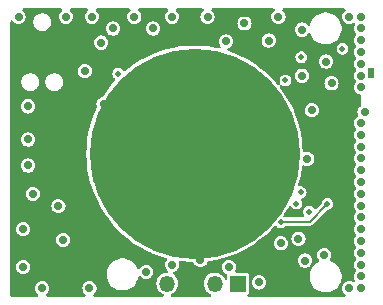
<source format=gbr>
%TF.GenerationSoftware,KiCad,Pcbnew,8.0.3*%
%TF.CreationDate,2024-07-28T18:35:34+02:00*%
%TF.ProjectId,BLESEN,424c4553-454e-42e6-9b69-6361645f7063,rev?*%
%TF.SameCoordinates,Original*%
%TF.FileFunction,Copper,L4,Bot*%
%TF.FilePolarity,Positive*%
%FSLAX46Y46*%
G04 Gerber Fmt 4.6, Leading zero omitted, Abs format (unit mm)*
G04 Created by KiCad (PCBNEW 8.0.3) date 2024-07-28 18:35:34*
%MOMM*%
%LPD*%
G01*
G04 APERTURE LIST*
%TA.AperFunction,ComponentPad*%
%ADD10R,1.350000X1.350000*%
%TD*%
%TA.AperFunction,ComponentPad*%
%ADD11O,1.350000X1.350000*%
%TD*%
%TA.AperFunction,ComponentPad*%
%ADD12R,0.500000X0.900000*%
%TD*%
%TA.AperFunction,SMDPad,CuDef*%
%ADD13R,2.600000X5.560000*%
%TD*%
%TA.AperFunction,SMDPad,CuDef*%
%ADD14C,17.800000*%
%TD*%
%TA.AperFunction,ViaPad*%
%ADD15C,0.700000*%
%TD*%
%TA.AperFunction,ViaPad*%
%ADD16C,0.800000*%
%TD*%
%TA.AperFunction,ViaPad*%
%ADD17C,0.500000*%
%TD*%
%TA.AperFunction,Conductor*%
%ADD18C,0.300000*%
%TD*%
%TA.AperFunction,Conductor*%
%ADD19C,0.200000*%
%TD*%
G04 APERTURE END LIST*
D10*
%TO.P,J3,1,Pin_1*%
%TO.N,/UART_TX*%
X147600000Y-100600000D03*
D11*
%TO.P,J3,2,Pin_2*%
%TO.N,/UART_RX*%
X145600000Y-100600000D03*
%TO.P,J3,3,Pin_3*%
%TO.N,+3.3V*%
X143600000Y-100600000D03*
%TO.P,J3,4,Pin_4*%
%TO.N,GND*%
X141600000Y-100600000D03*
%TD*%
D12*
%TO.P,AE1,2,Shield*%
%TO.N,GND*%
X158820000Y-82800000D03*
%TD*%
D13*
%TO.P,BT1,1,+*%
%TO.N,+3.3V*%
X155805000Y-89600000D03*
X131995000Y-89600000D03*
D14*
%TO.P,BT1,2,-*%
%TO.N,GND*%
X143900000Y-89600000D03*
%TD*%
D15*
%TO.N,+3.3V*%
X141000000Y-80200000D03*
X134500000Y-87000000D03*
X133800000Y-91400000D03*
X136000000Y-83400000D03*
X135100000Y-93900000D03*
X152150000Y-84450000D03*
X153950000Y-92100000D03*
X138350000Y-80400000D03*
X136725000Y-96275000D03*
X130800000Y-87150000D03*
D16*
X129400000Y-79730000D03*
D15*
X150100000Y-97550000D03*
%TO.N,GND*%
X148875000Y-90325000D03*
D17*
X145200000Y-89800000D03*
D15*
X140160000Y-96600000D03*
X158000000Y-79000000D03*
D17*
X141963000Y-86719400D03*
X145200000Y-87600000D03*
D15*
X129400000Y-96000000D03*
X135600000Y-91800000D03*
X130200000Y-93000000D03*
D17*
X146413000Y-91169400D03*
D15*
X158000000Y-93000000D03*
X146800000Y-99200000D03*
X149375000Y-100500000D03*
D17*
X148975000Y-83675000D03*
D15*
X158000000Y-81000000D03*
X158300000Y-86075000D03*
X158000000Y-78000000D03*
X158000000Y-83000000D03*
X131000000Y-101000000D03*
X134600000Y-82600000D03*
D17*
X143200000Y-89800000D03*
D15*
X155500000Y-83650000D03*
X152700000Y-96800000D03*
X129800000Y-85600000D03*
X132775000Y-96900000D03*
X129800000Y-88400000D03*
X158000000Y-89000000D03*
X142000000Y-99000000D03*
X158000000Y-101000000D03*
X144400000Y-96750000D03*
X139200000Y-84050000D03*
X139200000Y-83100000D03*
X139250000Y-94750000D03*
X139800000Y-99600000D03*
X153250000Y-98650000D03*
D17*
X152950000Y-81425000D03*
D15*
X138550000Y-88180000D03*
X148600000Y-96400000D03*
X158000000Y-99000000D03*
X135000000Y-101000000D03*
X140400000Y-79000000D03*
D17*
X146363000Y-88869400D03*
D15*
X135200000Y-78000000D03*
X158000000Y-91000000D03*
X153820000Y-85920000D03*
D17*
X149400000Y-86750000D03*
D15*
X158000000Y-94000000D03*
X136200000Y-85400000D03*
X133000000Y-78000000D03*
X158000000Y-87000000D03*
X138800000Y-78000000D03*
X153000000Y-79100000D03*
X132375000Y-94050000D03*
X150175000Y-80025000D03*
X157000000Y-101000000D03*
D17*
X146313000Y-86719400D03*
D15*
X158000000Y-98000000D03*
X142000000Y-78000000D03*
X154875000Y-98175000D03*
X158000000Y-100000000D03*
X151200000Y-97200000D03*
X158000000Y-84000000D03*
X136000000Y-80200000D03*
D17*
X144063000Y-91119400D03*
D15*
X158000000Y-82000000D03*
D17*
X152875000Y-92875000D03*
D15*
X148125000Y-78575000D03*
X153000000Y-83000000D03*
X144400000Y-98600000D03*
X146550000Y-80100000D03*
D17*
X153575000Y-94500000D03*
D15*
X147940000Y-95090000D03*
X158000000Y-92000000D03*
X158000000Y-95000000D03*
X129800000Y-90600000D03*
D17*
X141913000Y-88919400D03*
D15*
X157000000Y-78000000D03*
X153450000Y-90050000D03*
X158000000Y-90000000D03*
X158000000Y-88000000D03*
X129400000Y-99200000D03*
D17*
X141963000Y-91169400D03*
D15*
X158000000Y-80000000D03*
X145000000Y-78000000D03*
D17*
X144113000Y-86719400D03*
D15*
X158000000Y-97000000D03*
X155025000Y-81800000D03*
D17*
X143200000Y-87600000D03*
D15*
X129000000Y-78000000D03*
X146925000Y-82325000D03*
X137000000Y-79000000D03*
X158000000Y-96000000D03*
X152000000Y-91000000D03*
X151000000Y-78000000D03*
X140413000Y-94569400D03*
D17*
X150800000Y-84500000D03*
X151600000Y-83400000D03*
X156425000Y-80725000D03*
%TO.N,/UART_TX*%
X152525000Y-93825000D03*
%TO.N,/UART_RX*%
X137450000Y-82850000D03*
%TO.N,PHOTO_OUT*%
X155150000Y-93850000D03*
X151200000Y-95400000D03*
%TD*%
D18*
%TO.N,GND*%
X137675000Y-93900000D02*
X137700000Y-93875000D01*
D19*
%TO.N,PHOTO_OUT*%
X151200000Y-95400000D02*
X151250000Y-95350000D01*
X151250000Y-95350000D02*
X153650000Y-95350000D01*
X153650000Y-95350000D02*
X155150000Y-93850000D01*
%TD*%
%TA.AperFunction,Conductor*%
%TO.N,+3.3V*%
G36*
X132626923Y-77320185D02*
G01*
X132672678Y-77372989D01*
X132682622Y-77442147D01*
X132653597Y-77505703D01*
X132635374Y-77522873D01*
X132571718Y-77571718D01*
X132475463Y-77697160D01*
X132414956Y-77843237D01*
X132414955Y-77843239D01*
X132394318Y-77999998D01*
X132394318Y-78000001D01*
X132414955Y-78156760D01*
X132414956Y-78156762D01*
X132475464Y-78302841D01*
X132571718Y-78428282D01*
X132697159Y-78524536D01*
X132843238Y-78585044D01*
X132921619Y-78595363D01*
X132999999Y-78605682D01*
X133000000Y-78605682D01*
X133000001Y-78605682D01*
X133052254Y-78598802D01*
X133156762Y-78585044D01*
X133302841Y-78524536D01*
X133428282Y-78428282D01*
X133524536Y-78302841D01*
X133585044Y-78156762D01*
X133605682Y-78000000D01*
X133601317Y-77966847D01*
X133585044Y-77843239D01*
X133585044Y-77843238D01*
X133524536Y-77697159D01*
X133428282Y-77571718D01*
X133364628Y-77522874D01*
X133323427Y-77466448D01*
X133319272Y-77396702D01*
X133353485Y-77335781D01*
X133415202Y-77303029D01*
X133440116Y-77300500D01*
X134759884Y-77300500D01*
X134826923Y-77320185D01*
X134872678Y-77372989D01*
X134882622Y-77442147D01*
X134853597Y-77505703D01*
X134835374Y-77522873D01*
X134771718Y-77571718D01*
X134675463Y-77697160D01*
X134614956Y-77843237D01*
X134614955Y-77843239D01*
X134594318Y-77999998D01*
X134594318Y-78000001D01*
X134614955Y-78156760D01*
X134614956Y-78156762D01*
X134675464Y-78302841D01*
X134771718Y-78428282D01*
X134897159Y-78524536D01*
X135043238Y-78585044D01*
X135121619Y-78595363D01*
X135199999Y-78605682D01*
X135200000Y-78605682D01*
X135200001Y-78605682D01*
X135252254Y-78598802D01*
X135356762Y-78585044D01*
X135502841Y-78524536D01*
X135628282Y-78428282D01*
X135724536Y-78302841D01*
X135785044Y-78156762D01*
X135805682Y-78000000D01*
X135801317Y-77966847D01*
X135785044Y-77843239D01*
X135785044Y-77843238D01*
X135724536Y-77697159D01*
X135628282Y-77571718D01*
X135564628Y-77522874D01*
X135523427Y-77466448D01*
X135519272Y-77396702D01*
X135553485Y-77335781D01*
X135615202Y-77303029D01*
X135640116Y-77300500D01*
X138359884Y-77300500D01*
X138426923Y-77320185D01*
X138472678Y-77372989D01*
X138482622Y-77442147D01*
X138453597Y-77505703D01*
X138435374Y-77522873D01*
X138371718Y-77571718D01*
X138275463Y-77697160D01*
X138214956Y-77843237D01*
X138214955Y-77843239D01*
X138194318Y-77999998D01*
X138194318Y-78000001D01*
X138214955Y-78156760D01*
X138214956Y-78156762D01*
X138275464Y-78302841D01*
X138371718Y-78428282D01*
X138497159Y-78524536D01*
X138643238Y-78585044D01*
X138721619Y-78595363D01*
X138799999Y-78605682D01*
X138800000Y-78605682D01*
X138800001Y-78605682D01*
X138852254Y-78598802D01*
X138956762Y-78585044D01*
X139102841Y-78524536D01*
X139228282Y-78428282D01*
X139324536Y-78302841D01*
X139385044Y-78156762D01*
X139405682Y-78000000D01*
X139401317Y-77966847D01*
X139385044Y-77843239D01*
X139385044Y-77843238D01*
X139324536Y-77697159D01*
X139228282Y-77571718D01*
X139164628Y-77522874D01*
X139123427Y-77466448D01*
X139119272Y-77396702D01*
X139153485Y-77335781D01*
X139215202Y-77303029D01*
X139240116Y-77300500D01*
X141559884Y-77300500D01*
X141626923Y-77320185D01*
X141672678Y-77372989D01*
X141682622Y-77442147D01*
X141653597Y-77505703D01*
X141635374Y-77522873D01*
X141571718Y-77571718D01*
X141475463Y-77697160D01*
X141414956Y-77843237D01*
X141414955Y-77843239D01*
X141394318Y-77999998D01*
X141394318Y-78000001D01*
X141414955Y-78156760D01*
X141414956Y-78156762D01*
X141475464Y-78302841D01*
X141571718Y-78428282D01*
X141697159Y-78524536D01*
X141843238Y-78585044D01*
X141921619Y-78595363D01*
X141999999Y-78605682D01*
X142000000Y-78605682D01*
X142000001Y-78605682D01*
X142052254Y-78598802D01*
X142156762Y-78585044D01*
X142302841Y-78524536D01*
X142428282Y-78428282D01*
X142524536Y-78302841D01*
X142585044Y-78156762D01*
X142605682Y-78000000D01*
X142601317Y-77966847D01*
X142585044Y-77843239D01*
X142585044Y-77843238D01*
X142524536Y-77697159D01*
X142428282Y-77571718D01*
X142364628Y-77522874D01*
X142323427Y-77466448D01*
X142319272Y-77396702D01*
X142353485Y-77335781D01*
X142415202Y-77303029D01*
X142440116Y-77300500D01*
X144559884Y-77300500D01*
X144626923Y-77320185D01*
X144672678Y-77372989D01*
X144682622Y-77442147D01*
X144653597Y-77505703D01*
X144635374Y-77522873D01*
X144571718Y-77571718D01*
X144475463Y-77697160D01*
X144414956Y-77843237D01*
X144414955Y-77843239D01*
X144394318Y-77999998D01*
X144394318Y-78000001D01*
X144414955Y-78156760D01*
X144414956Y-78156762D01*
X144475464Y-78302841D01*
X144571718Y-78428282D01*
X144697159Y-78524536D01*
X144843238Y-78585044D01*
X144921619Y-78595363D01*
X144999999Y-78605682D01*
X145000000Y-78605682D01*
X145000001Y-78605682D01*
X145052254Y-78598802D01*
X145156762Y-78585044D01*
X145181015Y-78574998D01*
X147519318Y-78574998D01*
X147519318Y-78575001D01*
X147539955Y-78731760D01*
X147539956Y-78731762D01*
X147586130Y-78843237D01*
X147600464Y-78877841D01*
X147696718Y-79003282D01*
X147822159Y-79099536D01*
X147968238Y-79160044D01*
X148046619Y-79170363D01*
X148124999Y-79180682D01*
X148125000Y-79180682D01*
X148125001Y-79180682D01*
X148177254Y-79173802D01*
X148281762Y-79160044D01*
X148426726Y-79099998D01*
X152394318Y-79099998D01*
X152394318Y-79100001D01*
X152414955Y-79256760D01*
X152414956Y-79256762D01*
X152475464Y-79402841D01*
X152571718Y-79528282D01*
X152697159Y-79624536D01*
X152843238Y-79685044D01*
X152921619Y-79695363D01*
X152999999Y-79705682D01*
X153000000Y-79705682D01*
X153000001Y-79705682D01*
X153064754Y-79697157D01*
X153156762Y-79685044D01*
X153302841Y-79624536D01*
X153428282Y-79528282D01*
X153509024Y-79423055D01*
X153565451Y-79381854D01*
X153635197Y-79377699D01*
X153696117Y-79411911D01*
X153725330Y-79460224D01*
X153743114Y-79514955D01*
X153744736Y-79519947D01*
X153841528Y-79709913D01*
X153966846Y-79882397D01*
X154117603Y-80033154D01*
X154290087Y-80158472D01*
X154480053Y-80255264D01*
X154480055Y-80255265D01*
X154669182Y-80316715D01*
X154682821Y-80321147D01*
X154893399Y-80354500D01*
X154893400Y-80354500D01*
X155106600Y-80354500D01*
X155106601Y-80354500D01*
X155317179Y-80321147D01*
X155317182Y-80321146D01*
X155317183Y-80321146D01*
X155519944Y-80255265D01*
X155519944Y-80255264D01*
X155519947Y-80255264D01*
X155709913Y-80158472D01*
X155882397Y-80033154D01*
X156033154Y-79882397D01*
X156158472Y-79709913D01*
X156255264Y-79519947D01*
X156321147Y-79317179D01*
X156354500Y-79106601D01*
X156354500Y-78893399D01*
X156321147Y-78682821D01*
X156321146Y-78682817D01*
X156321146Y-78682816D01*
X156255265Y-78480055D01*
X156255263Y-78480052D01*
X156252926Y-78475464D01*
X156158472Y-78290087D01*
X156033154Y-78117603D01*
X155882397Y-77966846D01*
X155709913Y-77841528D01*
X155519947Y-77744736D01*
X155519944Y-77744734D01*
X155317181Y-77678853D01*
X155176793Y-77656617D01*
X155106601Y-77645500D01*
X154893399Y-77645500D01*
X154823206Y-77656617D01*
X154682819Y-77678853D01*
X154682816Y-77678853D01*
X154480055Y-77744734D01*
X154480052Y-77744736D01*
X154290086Y-77841528D01*
X154117601Y-77966847D01*
X153966847Y-78117601D01*
X153841528Y-78290086D01*
X153744736Y-78480052D01*
X153744734Y-78480055D01*
X153679678Y-78680279D01*
X153640240Y-78737955D01*
X153575882Y-78765153D01*
X153507035Y-78753238D01*
X153463373Y-78717449D01*
X153428282Y-78671718D01*
X153302841Y-78575464D01*
X153301723Y-78575001D01*
X153156762Y-78514956D01*
X153156760Y-78514955D01*
X153000001Y-78494318D01*
X152999999Y-78494318D01*
X152843239Y-78514955D01*
X152843237Y-78514956D01*
X152697160Y-78575463D01*
X152571718Y-78671718D01*
X152475463Y-78797160D01*
X152414956Y-78943237D01*
X152414955Y-78943239D01*
X152394318Y-79099998D01*
X148426726Y-79099998D01*
X148427841Y-79099536D01*
X148553282Y-79003282D01*
X148649536Y-78877841D01*
X148710044Y-78731762D01*
X148730682Y-78575000D01*
X148725264Y-78533849D01*
X148710044Y-78418239D01*
X148710044Y-78418238D01*
X148649536Y-78272159D01*
X148553282Y-78146718D01*
X148427841Y-78050464D01*
X148306005Y-77999998D01*
X148281762Y-77989956D01*
X148281760Y-77989955D01*
X148125001Y-77969318D01*
X148124999Y-77969318D01*
X147968239Y-77989955D01*
X147968237Y-77989956D01*
X147822160Y-78050463D01*
X147696718Y-78146718D01*
X147600463Y-78272160D01*
X147539956Y-78418237D01*
X147539955Y-78418239D01*
X147519318Y-78574998D01*
X145181015Y-78574998D01*
X145302841Y-78524536D01*
X145428282Y-78428282D01*
X145524536Y-78302841D01*
X145585044Y-78156762D01*
X145605682Y-78000000D01*
X145601317Y-77966847D01*
X145585044Y-77843239D01*
X145585044Y-77843238D01*
X145524536Y-77697159D01*
X145428282Y-77571718D01*
X145364628Y-77522874D01*
X145323427Y-77466448D01*
X145319272Y-77396702D01*
X145353485Y-77335781D01*
X145415202Y-77303029D01*
X145440116Y-77300500D01*
X150559884Y-77300500D01*
X150626923Y-77320185D01*
X150672678Y-77372989D01*
X150682622Y-77442147D01*
X150653597Y-77505703D01*
X150635374Y-77522873D01*
X150571718Y-77571718D01*
X150475463Y-77697160D01*
X150414956Y-77843237D01*
X150414955Y-77843239D01*
X150394318Y-77999998D01*
X150394318Y-78000001D01*
X150414955Y-78156760D01*
X150414956Y-78156762D01*
X150475464Y-78302841D01*
X150571718Y-78428282D01*
X150697159Y-78524536D01*
X150843238Y-78585044D01*
X150921619Y-78595363D01*
X150999999Y-78605682D01*
X151000000Y-78605682D01*
X151000001Y-78605682D01*
X151052254Y-78598802D01*
X151156762Y-78585044D01*
X151302841Y-78524536D01*
X151428282Y-78428282D01*
X151524536Y-78302841D01*
X151585044Y-78156762D01*
X151605682Y-78000000D01*
X151601317Y-77966847D01*
X151585044Y-77843239D01*
X151585044Y-77843238D01*
X151524536Y-77697159D01*
X151428282Y-77571718D01*
X151364628Y-77522874D01*
X151323427Y-77466448D01*
X151319272Y-77396702D01*
X151353485Y-77335781D01*
X151415202Y-77303029D01*
X151440116Y-77300500D01*
X156559884Y-77300500D01*
X156626923Y-77320185D01*
X156672678Y-77372989D01*
X156682622Y-77442147D01*
X156653597Y-77505703D01*
X156635374Y-77522873D01*
X156571718Y-77571718D01*
X156475463Y-77697160D01*
X156414956Y-77843237D01*
X156414955Y-77843239D01*
X156394318Y-77999998D01*
X156394318Y-78000001D01*
X156414955Y-78156760D01*
X156414956Y-78156762D01*
X156475464Y-78302841D01*
X156571718Y-78428282D01*
X156697159Y-78524536D01*
X156843238Y-78585044D01*
X156921619Y-78595363D01*
X156999999Y-78605682D01*
X157000000Y-78605682D01*
X157000001Y-78605682D01*
X157052254Y-78598802D01*
X157156762Y-78585044D01*
X157302841Y-78524536D01*
X157302845Y-78524532D01*
X157309881Y-78520472D01*
X157311476Y-78523235D01*
X157362625Y-78503434D01*
X157431077Y-78517440D01*
X157481089Y-78566231D01*
X157496784Y-78634315D01*
X157477228Y-78688791D01*
X157479528Y-78690119D01*
X157475465Y-78697156D01*
X157414956Y-78843237D01*
X157414955Y-78843239D01*
X157394318Y-78999998D01*
X157394318Y-79000001D01*
X157414955Y-79156760D01*
X157414956Y-79156762D01*
X157475464Y-79302842D01*
X157568826Y-79424514D01*
X157594020Y-79489683D01*
X157579981Y-79558128D01*
X157568826Y-79575486D01*
X157475464Y-79697157D01*
X157414956Y-79843237D01*
X157414955Y-79843239D01*
X157394318Y-79999998D01*
X157394318Y-80000001D01*
X157414955Y-80156760D01*
X157414956Y-80156762D01*
X157475464Y-80302842D01*
X157568826Y-80424514D01*
X157594020Y-80489683D01*
X157579981Y-80558128D01*
X157568826Y-80575486D01*
X157475464Y-80697157D01*
X157414956Y-80843237D01*
X157414955Y-80843239D01*
X157394318Y-80999998D01*
X157394318Y-81000001D01*
X157414955Y-81156760D01*
X157414956Y-81156762D01*
X157475464Y-81302842D01*
X157568826Y-81424514D01*
X157594020Y-81489683D01*
X157579981Y-81558128D01*
X157568826Y-81575486D01*
X157475464Y-81697157D01*
X157414956Y-81843237D01*
X157414955Y-81843239D01*
X157394318Y-81999998D01*
X157394318Y-82000001D01*
X157414955Y-82156760D01*
X157414956Y-82156762D01*
X157475464Y-82302842D01*
X157568826Y-82424514D01*
X157594020Y-82489683D01*
X157579981Y-82558128D01*
X157568826Y-82575486D01*
X157475464Y-82697157D01*
X157414956Y-82843237D01*
X157414955Y-82843239D01*
X157394318Y-82999998D01*
X157394318Y-83000001D01*
X157414955Y-83156760D01*
X157414956Y-83156762D01*
X157475464Y-83302842D01*
X157568826Y-83424514D01*
X157594020Y-83489683D01*
X157579981Y-83558128D01*
X157568826Y-83575486D01*
X157475464Y-83697157D01*
X157414956Y-83843237D01*
X157414955Y-83843239D01*
X157394318Y-83999998D01*
X157394318Y-84000001D01*
X157414955Y-84156760D01*
X157414956Y-84156762D01*
X157447381Y-84235044D01*
X157475464Y-84302841D01*
X157571718Y-84428282D01*
X157697159Y-84524536D01*
X157843238Y-84585044D01*
X157892185Y-84591487D01*
X157956080Y-84619752D01*
X157994552Y-84678076D01*
X158000000Y-84714426D01*
X158000000Y-85487134D01*
X157980315Y-85554173D01*
X157951489Y-85585507D01*
X157910239Y-85617160D01*
X157871718Y-85646718D01*
X157775463Y-85772160D01*
X157714956Y-85918237D01*
X157714955Y-85918239D01*
X157694318Y-86074998D01*
X157694318Y-86075001D01*
X157714955Y-86231760D01*
X157714957Y-86231765D01*
X157751369Y-86319672D01*
X157758838Y-86389141D01*
X157727563Y-86451620D01*
X157698817Y-86474506D01*
X157697161Y-86475461D01*
X157571719Y-86571716D01*
X157475463Y-86697160D01*
X157414956Y-86843237D01*
X157414955Y-86843239D01*
X157394318Y-86999998D01*
X157394318Y-87000001D01*
X157414955Y-87156760D01*
X157414956Y-87156762D01*
X157475464Y-87302842D01*
X157568826Y-87424514D01*
X157594020Y-87489683D01*
X157579981Y-87558128D01*
X157568826Y-87575486D01*
X157475464Y-87697157D01*
X157414956Y-87843237D01*
X157414955Y-87843239D01*
X157394318Y-87999998D01*
X157394318Y-88000001D01*
X157414955Y-88156760D01*
X157414956Y-88156762D01*
X157475464Y-88302842D01*
X157568826Y-88424514D01*
X157594020Y-88489683D01*
X157579981Y-88558128D01*
X157568826Y-88575486D01*
X157475464Y-88697157D01*
X157414956Y-88843237D01*
X157414955Y-88843239D01*
X157394318Y-88999998D01*
X157394318Y-89000001D01*
X157414955Y-89156760D01*
X157414956Y-89156762D01*
X157475464Y-89302842D01*
X157568826Y-89424514D01*
X157594020Y-89489683D01*
X157579981Y-89558128D01*
X157568826Y-89575486D01*
X157475464Y-89697157D01*
X157414956Y-89843237D01*
X157414955Y-89843239D01*
X157394318Y-89999998D01*
X157394318Y-90000001D01*
X157414955Y-90156760D01*
X157414956Y-90156762D01*
X157475464Y-90302842D01*
X157568826Y-90424514D01*
X157594020Y-90489683D01*
X157579981Y-90558128D01*
X157568826Y-90575486D01*
X157475464Y-90697157D01*
X157414956Y-90843237D01*
X157414955Y-90843239D01*
X157394318Y-90999998D01*
X157394318Y-91000001D01*
X157414955Y-91156760D01*
X157414956Y-91156762D01*
X157475464Y-91302842D01*
X157568826Y-91424514D01*
X157594020Y-91489683D01*
X157579981Y-91558128D01*
X157568826Y-91575486D01*
X157475464Y-91697157D01*
X157414956Y-91843237D01*
X157414955Y-91843239D01*
X157394318Y-91999998D01*
X157394318Y-92000001D01*
X157414955Y-92156760D01*
X157414956Y-92156762D01*
X157475464Y-92302842D01*
X157568826Y-92424514D01*
X157594020Y-92489683D01*
X157579981Y-92558128D01*
X157568826Y-92575486D01*
X157475464Y-92697157D01*
X157414956Y-92843237D01*
X157414955Y-92843239D01*
X157394318Y-92999998D01*
X157394318Y-93000001D01*
X157414955Y-93156760D01*
X157414956Y-93156762D01*
X157475464Y-93302842D01*
X157568826Y-93424514D01*
X157594020Y-93489683D01*
X157579981Y-93558128D01*
X157568826Y-93575486D01*
X157475464Y-93697157D01*
X157414956Y-93843237D01*
X157414955Y-93843239D01*
X157394318Y-93999998D01*
X157394318Y-94000001D01*
X157414955Y-94156760D01*
X157414956Y-94156762D01*
X157475464Y-94302842D01*
X157568826Y-94424514D01*
X157594020Y-94489683D01*
X157579981Y-94558128D01*
X157568826Y-94575486D01*
X157475464Y-94697157D01*
X157414956Y-94843237D01*
X157414955Y-94843239D01*
X157394318Y-94999998D01*
X157394318Y-95000001D01*
X157414955Y-95156760D01*
X157414956Y-95156762D01*
X157475464Y-95302842D01*
X157568826Y-95424514D01*
X157594020Y-95489683D01*
X157579981Y-95558128D01*
X157568826Y-95575486D01*
X157475464Y-95697157D01*
X157414956Y-95843237D01*
X157414955Y-95843239D01*
X157394318Y-95999998D01*
X157394318Y-96000001D01*
X157414955Y-96156760D01*
X157414956Y-96156762D01*
X157475464Y-96302842D01*
X157568826Y-96424514D01*
X157594020Y-96489683D01*
X157579981Y-96558128D01*
X157568826Y-96575486D01*
X157475464Y-96697157D01*
X157414956Y-96843237D01*
X157414955Y-96843239D01*
X157394318Y-96999998D01*
X157394318Y-97000001D01*
X157414955Y-97156760D01*
X157414956Y-97156762D01*
X157475464Y-97302842D01*
X157568826Y-97424514D01*
X157594020Y-97489683D01*
X157579981Y-97558128D01*
X157568826Y-97575486D01*
X157475464Y-97697157D01*
X157414956Y-97843237D01*
X157414955Y-97843239D01*
X157394318Y-97999998D01*
X157394318Y-98000001D01*
X157414955Y-98156760D01*
X157414956Y-98156762D01*
X157475464Y-98302842D01*
X157568826Y-98424514D01*
X157594020Y-98489683D01*
X157579981Y-98558128D01*
X157568826Y-98575486D01*
X157475464Y-98697157D01*
X157414956Y-98843237D01*
X157414955Y-98843239D01*
X157394318Y-98999998D01*
X157394318Y-99000001D01*
X157414955Y-99156760D01*
X157414956Y-99156762D01*
X157475464Y-99302842D01*
X157568826Y-99424514D01*
X157594020Y-99489683D01*
X157579981Y-99558128D01*
X157568826Y-99575486D01*
X157475464Y-99697157D01*
X157414956Y-99843237D01*
X157414955Y-99843239D01*
X157394318Y-99999998D01*
X157394318Y-100000001D01*
X157414955Y-100156760D01*
X157414956Y-100156762D01*
X157441766Y-100221488D01*
X157475465Y-100302843D01*
X157479528Y-100309881D01*
X157476773Y-100311471D01*
X157496571Y-100362695D01*
X157482526Y-100431138D01*
X157433707Y-100481123D01*
X157365614Y-100496780D01*
X157311214Y-100477217D01*
X157309881Y-100479528D01*
X157302843Y-100475465D01*
X157302838Y-100475463D01*
X157156762Y-100414956D01*
X157156760Y-100414955D01*
X157000001Y-100394318D01*
X156999999Y-100394318D01*
X156843239Y-100414955D01*
X156843237Y-100414956D01*
X156697160Y-100475463D01*
X156571718Y-100571718D01*
X156475463Y-100697160D01*
X156414956Y-100843237D01*
X156414955Y-100843239D01*
X156394318Y-100999998D01*
X156394318Y-101000001D01*
X156414955Y-101156760D01*
X156414956Y-101156762D01*
X156455756Y-101255263D01*
X156475464Y-101302841D01*
X156571718Y-101428282D01*
X156635371Y-101477125D01*
X156676573Y-101533552D01*
X156680728Y-101603298D01*
X156646515Y-101664219D01*
X156584798Y-101696971D01*
X156559884Y-101699500D01*
X148499353Y-101699500D01*
X148432314Y-101679815D01*
X148386559Y-101627011D01*
X148376615Y-101557853D01*
X148405640Y-101494297D01*
X148430462Y-101472398D01*
X148455601Y-101455601D01*
X148510966Y-101372740D01*
X148525500Y-101299674D01*
X148525500Y-100539892D01*
X148537045Y-100500574D01*
X148535324Y-100496921D01*
X148763312Y-100496921D01*
X148768477Y-100504957D01*
X148772439Y-100523707D01*
X148789955Y-100656760D01*
X148789956Y-100656762D01*
X148850464Y-100802841D01*
X148946718Y-100928282D01*
X149072159Y-101024536D01*
X149218238Y-101085044D01*
X149296619Y-101095363D01*
X149374999Y-101105682D01*
X149375000Y-101105682D01*
X149375001Y-101105682D01*
X149427254Y-101098802D01*
X149531762Y-101085044D01*
X149677841Y-101024536D01*
X149803282Y-100928282D01*
X149899536Y-100802841D01*
X149960044Y-100656762D01*
X149978056Y-100519944D01*
X149980682Y-100500001D01*
X149980682Y-100499998D01*
X149966769Y-100394318D01*
X149960044Y-100343238D01*
X149899536Y-100197159D01*
X149803282Y-100071718D01*
X149677841Y-99975464D01*
X149645891Y-99962230D01*
X149531762Y-99914956D01*
X149531760Y-99914955D01*
X149375001Y-99894318D01*
X149374999Y-99894318D01*
X149218239Y-99914955D01*
X149218237Y-99914956D01*
X149072160Y-99975463D01*
X148946718Y-100071718D01*
X148850463Y-100197160D01*
X148789956Y-100343237D01*
X148789955Y-100343239D01*
X148772439Y-100476292D01*
X148763312Y-100496921D01*
X148535324Y-100496921D01*
X148526981Y-100479213D01*
X148525500Y-100460107D01*
X148525500Y-99900323D01*
X148525499Y-99900321D01*
X148524122Y-99893399D01*
X153645500Y-99893399D01*
X153645500Y-100106600D01*
X153678853Y-100317180D01*
X153678853Y-100317183D01*
X153744734Y-100519944D01*
X153744736Y-100519947D01*
X153841528Y-100709913D01*
X153966846Y-100882397D01*
X154117603Y-101033154D01*
X154290087Y-101158472D01*
X154480053Y-101255264D01*
X154480055Y-101255265D01*
X154669182Y-101316715D01*
X154682821Y-101321147D01*
X154893399Y-101354500D01*
X154893400Y-101354500D01*
X155106600Y-101354500D01*
X155106601Y-101354500D01*
X155317179Y-101321147D01*
X155317182Y-101321146D01*
X155317183Y-101321146D01*
X155519944Y-101255265D01*
X155519944Y-101255264D01*
X155519947Y-101255264D01*
X155709913Y-101158472D01*
X155882397Y-101033154D01*
X156033154Y-100882397D01*
X156158472Y-100709913D01*
X156255264Y-100519947D01*
X156285048Y-100428282D01*
X156321146Y-100317183D01*
X156321146Y-100317182D01*
X156321147Y-100317179D01*
X156354500Y-100106601D01*
X156354500Y-99893399D01*
X156321147Y-99682821D01*
X156321146Y-99682817D01*
X156321146Y-99682816D01*
X156255265Y-99480055D01*
X156255263Y-99480052D01*
X156241034Y-99452124D01*
X156158472Y-99290087D01*
X156033154Y-99117603D01*
X155882397Y-98966846D01*
X155709913Y-98841528D01*
X155519947Y-98744736D01*
X155519944Y-98744734D01*
X155426508Y-98714376D01*
X155368833Y-98674939D01*
X155341634Y-98610581D01*
X155353548Y-98541734D01*
X155366451Y-98520958D01*
X155387721Y-98493239D01*
X155399536Y-98477841D01*
X155460044Y-98331762D01*
X155473802Y-98227254D01*
X155480682Y-98175001D01*
X155480682Y-98174998D01*
X155466923Y-98070492D01*
X155460044Y-98018238D01*
X155399536Y-97872159D01*
X155303282Y-97746718D01*
X155177841Y-97650464D01*
X155031762Y-97589956D01*
X155031760Y-97589955D01*
X154875001Y-97569318D01*
X154874999Y-97569318D01*
X154718239Y-97589955D01*
X154718237Y-97589956D01*
X154572160Y-97650463D01*
X154446718Y-97746718D01*
X154350463Y-97872160D01*
X154289956Y-98018237D01*
X154289955Y-98018239D01*
X154269318Y-98174998D01*
X154269318Y-98175001D01*
X154289955Y-98331760D01*
X154289956Y-98331762D01*
X154350464Y-98477842D01*
X154443358Y-98598903D01*
X154468552Y-98664072D01*
X154454514Y-98732517D01*
X154405700Y-98782506D01*
X154401277Y-98784874D01*
X154290086Y-98841528D01*
X154117601Y-98966847D01*
X153966847Y-99117601D01*
X153841528Y-99290086D01*
X153744736Y-99480052D01*
X153744734Y-99480055D01*
X153678853Y-99682816D01*
X153678853Y-99682819D01*
X153645500Y-99893399D01*
X148524122Y-99893399D01*
X148510967Y-99827264D01*
X148510966Y-99827260D01*
X148496548Y-99805682D01*
X148455601Y-99744399D01*
X148372740Y-99689034D01*
X148372739Y-99689033D01*
X148372735Y-99689032D01*
X148299677Y-99674500D01*
X148299674Y-99674500D01*
X147439012Y-99674500D01*
X147371973Y-99654815D01*
X147326218Y-99602011D01*
X147316274Y-99532853D01*
X147324451Y-99503048D01*
X147381727Y-99364769D01*
X147385044Y-99356762D01*
X147405682Y-99200000D01*
X147399989Y-99156760D01*
X147385044Y-99043239D01*
X147385044Y-99043238D01*
X147324536Y-98897159D01*
X147228282Y-98771718D01*
X147102841Y-98675464D01*
X147075338Y-98664072D01*
X147041361Y-98649998D01*
X152644318Y-98649998D01*
X152644318Y-98650001D01*
X152664955Y-98806760D01*
X152664956Y-98806762D01*
X152725464Y-98952841D01*
X152821718Y-99078282D01*
X152947159Y-99174536D01*
X153093238Y-99235044D01*
X153171619Y-99245363D01*
X153249999Y-99255682D01*
X153250000Y-99255682D01*
X153250001Y-99255682D01*
X153302254Y-99248802D01*
X153406762Y-99235044D01*
X153552841Y-99174536D01*
X153678282Y-99078282D01*
X153774536Y-98952841D01*
X153835044Y-98806762D01*
X153848802Y-98702254D01*
X153855682Y-98650001D01*
X153855682Y-98649998D01*
X153835044Y-98493239D01*
X153835044Y-98493238D01*
X153774536Y-98347159D01*
X153678282Y-98221718D01*
X153552841Y-98125464D01*
X153406762Y-98064956D01*
X153406760Y-98064955D01*
X153250001Y-98044318D01*
X153249999Y-98044318D01*
X153093239Y-98064955D01*
X153093237Y-98064956D01*
X152947160Y-98125463D01*
X152821718Y-98221718D01*
X152725463Y-98347160D01*
X152664956Y-98493237D01*
X152664955Y-98493239D01*
X152644318Y-98649998D01*
X147041361Y-98649998D01*
X146956762Y-98614956D01*
X146956760Y-98614955D01*
X146800001Y-98594318D01*
X146799999Y-98594318D01*
X146643239Y-98614955D01*
X146643237Y-98614956D01*
X146497160Y-98675463D01*
X146371718Y-98771718D01*
X146275463Y-98897160D01*
X146214956Y-99043237D01*
X146214955Y-99043239D01*
X146194318Y-99199998D01*
X146194318Y-99200001D01*
X146214955Y-99356760D01*
X146214956Y-99356762D01*
X146275453Y-99502816D01*
X146275464Y-99502841D01*
X146371718Y-99628282D01*
X146497159Y-99724536D01*
X146599288Y-99766839D01*
X146653691Y-99810680D01*
X146675756Y-99876974D01*
X146674370Y-99894189D01*
X146675097Y-99894261D01*
X146674500Y-99900323D01*
X146674500Y-100147312D01*
X146654815Y-100214351D01*
X146602011Y-100260106D01*
X146532853Y-100270050D01*
X146469297Y-100241025D01*
X146443113Y-100209312D01*
X146363672Y-100071718D01*
X146352870Y-100053008D01*
X146330604Y-100028279D01*
X146222697Y-99908435D01*
X146222694Y-99908433D01*
X146222693Y-99908432D01*
X146222692Y-99908431D01*
X146132960Y-99843237D01*
X146065297Y-99794076D01*
X145909104Y-99724536D01*
X145887571Y-99714949D01*
X145887569Y-99714948D01*
X145697274Y-99674500D01*
X145502726Y-99674500D01*
X145312431Y-99714948D01*
X145134702Y-99794076D01*
X144977305Y-99908433D01*
X144977302Y-99908435D01*
X144847129Y-100053009D01*
X144749857Y-100221488D01*
X144749856Y-100221489D01*
X144689738Y-100406516D01*
X144669402Y-100600000D01*
X144689738Y-100793483D01*
X144749856Y-100978510D01*
X144749857Y-100978511D01*
X144811364Y-101085043D01*
X144847130Y-101146992D01*
X144892476Y-101197354D01*
X144977302Y-101291564D01*
X144977305Y-101291566D01*
X144977308Y-101291569D01*
X145018019Y-101321147D01*
X145134702Y-101405923D01*
X145217501Y-101442786D01*
X145261150Y-101462220D01*
X145314387Y-101507470D01*
X145334709Y-101574319D01*
X145315664Y-101641543D01*
X145263299Y-101687799D01*
X145210715Y-101699500D01*
X141989285Y-101699500D01*
X141922246Y-101679815D01*
X141876491Y-101627011D01*
X141866547Y-101557853D01*
X141895572Y-101494297D01*
X141938849Y-101462220D01*
X142065299Y-101405922D01*
X142222692Y-101291569D01*
X142352870Y-101146992D01*
X142450144Y-100978508D01*
X142510262Y-100793482D01*
X142530598Y-100600000D01*
X142510262Y-100406518D01*
X142450144Y-100221492D01*
X142450143Y-100221491D01*
X142450143Y-100221489D01*
X142450142Y-100221488D01*
X142401468Y-100137183D01*
X142352870Y-100053008D01*
X142271133Y-99962230D01*
X142222697Y-99908435D01*
X142222694Y-99908433D01*
X142222693Y-99908432D01*
X142222692Y-99908431D01*
X142087203Y-99809992D01*
X142044539Y-99754663D01*
X142038560Y-99685049D01*
X142071166Y-99623254D01*
X142132005Y-99588897D01*
X142143882Y-99586739D01*
X142156762Y-99585044D01*
X142302841Y-99524536D01*
X142428282Y-99428282D01*
X142524536Y-99302841D01*
X142585044Y-99156762D01*
X142605682Y-99000000D01*
X142601317Y-98966847D01*
X142585044Y-98843239D01*
X142585043Y-98843237D01*
X142585043Y-98843236D01*
X142582940Y-98835387D01*
X142585836Y-98834610D01*
X142579882Y-98779396D01*
X142611137Y-98716907D01*
X142671215Y-98681235D01*
X142714069Y-98677971D01*
X143163281Y-98722215D01*
X143301196Y-98735799D01*
X143301198Y-98735799D01*
X143301208Y-98735800D01*
X143733308Y-98749945D01*
X143799668Y-98771813D01*
X143843670Y-98826086D01*
X143843790Y-98826373D01*
X143875464Y-98902841D01*
X143971718Y-99028282D01*
X144097159Y-99124536D01*
X144243238Y-99185044D01*
X144321619Y-99195363D01*
X144399999Y-99205682D01*
X144400000Y-99205682D01*
X144400001Y-99205682D01*
X144452254Y-99198802D01*
X144556762Y-99185044D01*
X144702841Y-99124536D01*
X144828282Y-99028282D01*
X144924536Y-98902841D01*
X144985044Y-98756762D01*
X144985044Y-98756760D01*
X144986335Y-98753644D01*
X145030176Y-98699241D01*
X145088745Y-98677694D01*
X145095010Y-98677077D01*
X145095010Y-98677076D01*
X145095020Y-98677076D01*
X145686130Y-98579484D01*
X146269592Y-98443439D01*
X146842908Y-98269526D01*
X147403621Y-98058489D01*
X147949331Y-97811230D01*
X148250106Y-97650463D01*
X148477687Y-97528819D01*
X148477709Y-97528806D01*
X148708899Y-97385043D01*
X148986469Y-97212439D01*
X149003830Y-97199998D01*
X150594318Y-97199998D01*
X150594318Y-97200001D01*
X150614955Y-97356760D01*
X150614956Y-97356762D01*
X150675464Y-97502841D01*
X150771718Y-97628282D01*
X150897159Y-97724536D01*
X151043238Y-97785044D01*
X151121619Y-97795363D01*
X151199999Y-97805682D01*
X151200000Y-97805682D01*
X151200001Y-97805682D01*
X151252254Y-97798802D01*
X151356762Y-97785044D01*
X151502841Y-97724536D01*
X151628282Y-97628282D01*
X151724536Y-97502841D01*
X151785044Y-97356762D01*
X151805682Y-97200000D01*
X151799989Y-97156760D01*
X151785044Y-97043239D01*
X151785044Y-97043238D01*
X151724536Y-96897159D01*
X151649982Y-96799998D01*
X152094318Y-96799998D01*
X152094318Y-96800001D01*
X152114955Y-96956760D01*
X152114956Y-96956762D01*
X152156376Y-97056760D01*
X152175464Y-97102841D01*
X152271718Y-97228282D01*
X152397159Y-97324536D01*
X152543238Y-97385044D01*
X152621619Y-97395363D01*
X152699999Y-97405682D01*
X152700000Y-97405682D01*
X152700001Y-97405682D01*
X152752254Y-97398802D01*
X152856762Y-97385044D01*
X153002841Y-97324536D01*
X153128282Y-97228282D01*
X153224536Y-97102841D01*
X153285044Y-96956762D01*
X153305682Y-96800000D01*
X153285044Y-96643238D01*
X153224536Y-96497159D01*
X153128282Y-96371718D01*
X153002841Y-96275464D01*
X152856762Y-96214956D01*
X152856760Y-96214955D01*
X152700001Y-96194318D01*
X152699999Y-96194318D01*
X152543239Y-96214955D01*
X152543237Y-96214956D01*
X152397160Y-96275463D01*
X152271718Y-96371718D01*
X152175463Y-96497160D01*
X152114956Y-96643237D01*
X152114955Y-96643239D01*
X152094318Y-96799998D01*
X151649982Y-96799998D01*
X151628282Y-96771718D01*
X151502841Y-96675464D01*
X151356762Y-96614956D01*
X151356760Y-96614955D01*
X151200001Y-96594318D01*
X151199999Y-96594318D01*
X151043239Y-96614955D01*
X151043237Y-96614956D01*
X150897160Y-96675463D01*
X150771718Y-96771718D01*
X150675463Y-96897160D01*
X150614956Y-97043237D01*
X150614955Y-97043239D01*
X150594318Y-97199998D01*
X149003830Y-97199998D01*
X149473456Y-96863469D01*
X149936576Y-96483396D01*
X150373847Y-96073847D01*
X150668193Y-95759576D01*
X150728384Y-95724104D01*
X150798202Y-95726805D01*
X150852405Y-95763139D01*
X150868872Y-95782143D01*
X150989947Y-95859953D01*
X150989950Y-95859954D01*
X150989949Y-95859954D01*
X151128036Y-95900499D01*
X151128038Y-95900500D01*
X151128039Y-95900500D01*
X151271962Y-95900500D01*
X151271962Y-95900499D01*
X151410053Y-95859953D01*
X151531128Y-95782143D01*
X151564788Y-95743296D01*
X151623567Y-95705523D01*
X151658501Y-95700500D01*
X153696142Y-95700500D01*
X153696144Y-95700500D01*
X153785288Y-95676614D01*
X153788007Y-95675044D01*
X153865212Y-95630470D01*
X155108862Y-94386818D01*
X155170185Y-94353334D01*
X155196543Y-94350500D01*
X155221962Y-94350500D01*
X155221962Y-94350499D01*
X155360053Y-94309953D01*
X155481128Y-94232143D01*
X155575377Y-94123373D01*
X155635165Y-93992457D01*
X155655647Y-93850000D01*
X155635165Y-93707543D01*
X155575377Y-93576627D01*
X155481128Y-93467857D01*
X155360053Y-93390047D01*
X155360051Y-93390046D01*
X155360049Y-93390045D01*
X155360050Y-93390045D01*
X155221963Y-93349500D01*
X155221961Y-93349500D01*
X155078039Y-93349500D01*
X155078036Y-93349500D01*
X154939949Y-93390045D01*
X154818873Y-93467856D01*
X154724623Y-93576626D01*
X154724622Y-93576628D01*
X154664834Y-93707543D01*
X154648552Y-93820789D01*
X154619526Y-93884344D01*
X154613495Y-93890822D01*
X154213602Y-94290715D01*
X154152279Y-94324200D01*
X154082587Y-94319216D01*
X154026654Y-94277344D01*
X154013129Y-94254551D01*
X154000377Y-94226627D01*
X153906128Y-94117857D01*
X153785053Y-94040047D01*
X153785051Y-94040046D01*
X153785049Y-94040045D01*
X153785050Y-94040045D01*
X153646963Y-93999500D01*
X153646961Y-93999500D01*
X153503039Y-93999500D01*
X153503036Y-93999500D01*
X153364949Y-94040045D01*
X153243873Y-94117856D01*
X153243872Y-94117856D01*
X153243872Y-94117857D01*
X153210163Y-94156760D01*
X153169283Y-94203938D01*
X153141854Y-94221564D01*
X153137224Y-94253774D01*
X153137224Y-94253775D01*
X153089834Y-94357544D01*
X153069353Y-94500000D01*
X153089834Y-94642456D01*
X153149622Y-94773371D01*
X153149623Y-94773373D01*
X153167754Y-94794297D01*
X153196779Y-94857853D01*
X153186835Y-94927011D01*
X153141081Y-94979815D01*
X153074041Y-94999500D01*
X151538974Y-94999500D01*
X151471940Y-94979819D01*
X151465474Y-94975664D01*
X151419716Y-94922862D01*
X151409769Y-94853704D01*
X151431716Y-94799117D01*
X151450165Y-94773372D01*
X151512439Y-94686469D01*
X151828811Y-94177701D01*
X151876297Y-94088859D01*
X151925257Y-94039017D01*
X151993394Y-94023556D01*
X152059074Y-94047387D01*
X152094595Y-94091062D01*
X152094829Y-94090913D01*
X152096167Y-94092995D01*
X152098445Y-94095796D01*
X152099619Y-94098367D01*
X152099623Y-94098373D01*
X152193872Y-94207143D01*
X152314947Y-94284953D01*
X152314950Y-94284954D01*
X152314949Y-94284954D01*
X152422107Y-94316417D01*
X152431637Y-94319216D01*
X152453036Y-94325499D01*
X152453038Y-94325500D01*
X152453039Y-94325500D01*
X152596962Y-94325500D01*
X152596962Y-94325499D01*
X152735053Y-94284953D01*
X152856128Y-94207143D01*
X152930719Y-94121059D01*
X152958144Y-94103433D01*
X152962776Y-94071223D01*
X152995531Y-93999500D01*
X153010165Y-93967457D01*
X153030647Y-93825000D01*
X153010165Y-93682543D01*
X152950377Y-93551627D01*
X152950374Y-93551624D01*
X152945582Y-93544166D01*
X152948119Y-93542535D01*
X152925354Y-93492704D01*
X152935289Y-93423544D01*
X152981037Y-93370734D01*
X153013156Y-93356064D01*
X153085050Y-93334954D01*
X153085050Y-93334953D01*
X153085053Y-93334953D01*
X153206128Y-93257143D01*
X153300377Y-93148373D01*
X153360165Y-93017457D01*
X153380647Y-92875000D01*
X153360165Y-92732543D01*
X153300377Y-92601627D01*
X153206128Y-92492857D01*
X153085053Y-92415047D01*
X153085051Y-92415046D01*
X153085049Y-92415045D01*
X153085050Y-92415045D01*
X152946963Y-92374500D01*
X152946961Y-92374500D01*
X152803039Y-92374500D01*
X152794170Y-92374500D01*
X152794170Y-92372616D01*
X152735993Y-92364245D01*
X152683194Y-92318485D01*
X152663516Y-92251443D01*
X152668854Y-92215463D01*
X152743439Y-91969592D01*
X152879484Y-91386130D01*
X152977076Y-90795020D01*
X152988219Y-90681876D01*
X153014380Y-90617091D01*
X153071414Y-90576732D01*
X153141214Y-90573615D01*
X153159066Y-90579468D01*
X153293238Y-90635044D01*
X153371619Y-90645363D01*
X153449999Y-90655682D01*
X153450000Y-90655682D01*
X153450001Y-90655682D01*
X153502254Y-90648802D01*
X153606762Y-90635044D01*
X153752841Y-90574536D01*
X153878282Y-90478282D01*
X153974536Y-90352841D01*
X154035044Y-90206762D01*
X154055682Y-90050000D01*
X154051068Y-90014956D01*
X154035044Y-89893239D01*
X154035044Y-89893238D01*
X153974536Y-89747159D01*
X153878282Y-89621718D01*
X153752841Y-89525464D01*
X153606762Y-89464956D01*
X153606760Y-89464955D01*
X153450001Y-89444318D01*
X153449999Y-89444318D01*
X153293239Y-89464955D01*
X153293234Y-89464957D01*
X153219745Y-89495397D01*
X153150275Y-89502866D01*
X153087796Y-89471590D01*
X153052145Y-89411501D01*
X153048360Y-89384903D01*
X153035800Y-89001208D01*
X152977076Y-88404980D01*
X152879484Y-87813870D01*
X152743439Y-87230408D01*
X152569526Y-86657092D01*
X152358489Y-86096379D01*
X152278573Y-85920001D01*
X152278572Y-85919998D01*
X153214318Y-85919998D01*
X153214318Y-85920001D01*
X153234955Y-86076760D01*
X153234956Y-86076762D01*
X153279807Y-86185043D01*
X153295464Y-86222841D01*
X153391718Y-86348282D01*
X153517159Y-86444536D01*
X153663238Y-86505044D01*
X153741619Y-86515363D01*
X153819999Y-86525682D01*
X153820000Y-86525682D01*
X153820001Y-86525682D01*
X153872254Y-86518802D01*
X153976762Y-86505044D01*
X154122841Y-86444536D01*
X154248282Y-86348282D01*
X154344536Y-86222841D01*
X154405044Y-86076762D01*
X154425682Y-85920000D01*
X154405044Y-85763238D01*
X154344536Y-85617159D01*
X154248282Y-85491718D01*
X154122841Y-85395464D01*
X153976762Y-85334956D01*
X153976760Y-85334955D01*
X153820001Y-85314318D01*
X153819999Y-85314318D01*
X153663239Y-85334955D01*
X153663237Y-85334956D01*
X153517160Y-85395463D01*
X153391718Y-85491718D01*
X153295463Y-85617160D01*
X153234956Y-85763237D01*
X153234955Y-85763239D01*
X153214318Y-85919998D01*
X152278572Y-85919998D01*
X152111234Y-85550677D01*
X152111220Y-85550650D01*
X151828819Y-85022312D01*
X151828806Y-85022290D01*
X151512447Y-84513543D01*
X151512441Y-84513533D01*
X151163469Y-84026543D01*
X151163467Y-84026541D01*
X151120968Y-83974757D01*
X151093654Y-83910447D01*
X151105444Y-83841580D01*
X151152596Y-83790019D01*
X151220138Y-83772135D01*
X151283859Y-83791775D01*
X151307180Y-83806762D01*
X151363939Y-83843239D01*
X151389949Y-83859954D01*
X151497107Y-83891417D01*
X151509886Y-83895170D01*
X151528036Y-83900499D01*
X151528038Y-83900500D01*
X151528039Y-83900500D01*
X151671962Y-83900500D01*
X151671962Y-83900499D01*
X151810053Y-83859953D01*
X151931128Y-83782143D01*
X152025377Y-83673373D01*
X152036052Y-83649998D01*
X154894318Y-83649998D01*
X154894318Y-83650001D01*
X154914955Y-83806760D01*
X154914956Y-83806762D01*
X154975464Y-83952841D01*
X155071718Y-84078282D01*
X155197159Y-84174536D01*
X155343238Y-84235044D01*
X155421619Y-84245363D01*
X155499999Y-84255682D01*
X155500000Y-84255682D01*
X155500001Y-84255682D01*
X155552254Y-84248802D01*
X155656762Y-84235044D01*
X155802841Y-84174536D01*
X155928282Y-84078282D01*
X156024536Y-83952841D01*
X156085044Y-83806762D01*
X156105682Y-83650000D01*
X156103519Y-83633573D01*
X156085044Y-83493239D01*
X156085044Y-83493238D01*
X156024536Y-83347159D01*
X155928282Y-83221718D01*
X155802841Y-83125464D01*
X155656762Y-83064956D01*
X155656760Y-83064955D01*
X155500001Y-83044318D01*
X155499999Y-83044318D01*
X155343239Y-83064955D01*
X155343237Y-83064956D01*
X155197160Y-83125463D01*
X155071718Y-83221718D01*
X154975463Y-83347160D01*
X154914956Y-83493237D01*
X154914955Y-83493239D01*
X154894318Y-83649998D01*
X152036052Y-83649998D01*
X152085165Y-83542457D01*
X152105647Y-83400000D01*
X152085165Y-83257543D01*
X152025377Y-83126627D01*
X151931128Y-83017857D01*
X151903339Y-82999998D01*
X152394318Y-82999998D01*
X152394318Y-83000001D01*
X152414955Y-83156760D01*
X152414956Y-83156762D01*
X152475464Y-83302841D01*
X152571718Y-83428282D01*
X152697159Y-83524536D01*
X152843238Y-83585044D01*
X152921619Y-83595363D01*
X152999999Y-83605682D01*
X153000000Y-83605682D01*
X153000001Y-83605682D01*
X153052254Y-83598802D01*
X153156762Y-83585044D01*
X153302841Y-83524536D01*
X153428282Y-83428282D01*
X153524536Y-83302841D01*
X153585044Y-83156762D01*
X153605682Y-83000000D01*
X153585044Y-82843238D01*
X153524536Y-82697159D01*
X153428282Y-82571718D01*
X153302841Y-82475464D01*
X153156762Y-82414956D01*
X153156760Y-82414955D01*
X153000001Y-82394318D01*
X152999999Y-82394318D01*
X152843239Y-82414955D01*
X152843237Y-82414956D01*
X152697160Y-82475463D01*
X152571718Y-82571718D01*
X152475463Y-82697160D01*
X152414956Y-82843237D01*
X152414955Y-82843239D01*
X152394318Y-82999998D01*
X151903339Y-82999998D01*
X151810053Y-82940047D01*
X151810051Y-82940046D01*
X151810049Y-82940045D01*
X151810050Y-82940045D01*
X151671963Y-82899500D01*
X151671961Y-82899500D01*
X151528039Y-82899500D01*
X151528036Y-82899500D01*
X151389949Y-82940045D01*
X151268873Y-83017856D01*
X151174623Y-83126626D01*
X151174622Y-83126628D01*
X151114834Y-83257543D01*
X151094353Y-83400000D01*
X151114834Y-83542456D01*
X151134284Y-83585044D01*
X151147439Y-83613850D01*
X151156447Y-83633573D01*
X151166391Y-83702731D01*
X151137366Y-83766287D01*
X151078588Y-83804062D01*
X151008719Y-83804062D01*
X150949940Y-83766288D01*
X150947800Y-83763750D01*
X150824782Y-83613853D01*
X150783396Y-83563424D01*
X150373847Y-83126153D01*
X149936576Y-82716604D01*
X149543870Y-82394318D01*
X149473455Y-82336530D01*
X149473456Y-82336530D01*
X148986466Y-81987558D01*
X148986456Y-81987552D01*
X148477709Y-81671193D01*
X148477687Y-81671180D01*
X148017114Y-81425000D01*
X152444353Y-81425000D01*
X152464834Y-81567456D01*
X152524622Y-81698371D01*
X152524623Y-81698373D01*
X152618872Y-81807143D01*
X152739947Y-81884953D01*
X152739950Y-81884954D01*
X152739949Y-81884954D01*
X152878036Y-81925499D01*
X152878038Y-81925500D01*
X152878039Y-81925500D01*
X153021962Y-81925500D01*
X153021962Y-81925499D01*
X153160053Y-81884953D01*
X153281128Y-81807143D01*
X153287319Y-81799998D01*
X154419318Y-81799998D01*
X154419318Y-81800001D01*
X154439955Y-81956760D01*
X154439956Y-81956762D01*
X154500464Y-82102841D01*
X154596718Y-82228282D01*
X154722159Y-82324536D01*
X154868238Y-82385044D01*
X154906225Y-82390045D01*
X155024999Y-82405682D01*
X155025000Y-82405682D01*
X155025001Y-82405682D01*
X155077254Y-82398802D01*
X155181762Y-82385044D01*
X155327841Y-82324536D01*
X155453282Y-82228282D01*
X155549536Y-82102841D01*
X155610044Y-81956762D01*
X155630682Y-81800000D01*
X155610044Y-81643238D01*
X155549536Y-81497159D01*
X155453282Y-81371718D01*
X155327841Y-81275464D01*
X155181762Y-81214956D01*
X155181760Y-81214955D01*
X155025001Y-81194318D01*
X155024999Y-81194318D01*
X154868239Y-81214955D01*
X154868237Y-81214956D01*
X154722160Y-81275463D01*
X154596718Y-81371718D01*
X154500463Y-81497160D01*
X154439956Y-81643237D01*
X154439955Y-81643239D01*
X154419318Y-81799998D01*
X153287319Y-81799998D01*
X153375377Y-81698373D01*
X153435165Y-81567457D01*
X153455647Y-81425000D01*
X153435165Y-81282543D01*
X153375377Y-81151627D01*
X153281128Y-81042857D01*
X153160053Y-80965047D01*
X153160051Y-80965046D01*
X153160049Y-80965045D01*
X153160050Y-80965045D01*
X153021963Y-80924500D01*
X153021961Y-80924500D01*
X152878039Y-80924500D01*
X152878036Y-80924500D01*
X152739949Y-80965045D01*
X152618873Y-81042856D01*
X152524623Y-81151626D01*
X152524622Y-81151628D01*
X152464834Y-81282543D01*
X152444353Y-81425000D01*
X148017114Y-81425000D01*
X147949349Y-81388779D01*
X147949322Y-81388765D01*
X147403620Y-81141510D01*
X146842917Y-80930477D01*
X146842903Y-80930472D01*
X146753917Y-80903479D01*
X146695478Y-80865181D01*
X146667022Y-80801369D01*
X146677582Y-80732302D01*
X146684024Y-80725000D01*
X155919353Y-80725000D01*
X155939834Y-80867456D01*
X155984402Y-80965045D01*
X155999623Y-80998373D01*
X156093872Y-81107143D01*
X156214947Y-81184953D01*
X156214950Y-81184954D01*
X156214949Y-81184954D01*
X156353036Y-81225499D01*
X156353038Y-81225500D01*
X156353039Y-81225500D01*
X156496962Y-81225500D01*
X156496962Y-81225499D01*
X156635053Y-81184953D01*
X156756128Y-81107143D01*
X156850377Y-80998373D01*
X156910165Y-80867457D01*
X156930647Y-80725000D01*
X156910165Y-80582543D01*
X156850377Y-80451627D01*
X156756128Y-80342857D01*
X156635053Y-80265047D01*
X156635051Y-80265046D01*
X156635049Y-80265045D01*
X156635050Y-80265045D01*
X156496963Y-80224500D01*
X156496961Y-80224500D01*
X156353039Y-80224500D01*
X156353036Y-80224500D01*
X156214949Y-80265045D01*
X156093873Y-80342856D01*
X155999623Y-80451626D01*
X155999622Y-80451628D01*
X155939834Y-80582543D01*
X155919353Y-80725000D01*
X146684024Y-80725000D01*
X146723806Y-80679909D01*
X146742456Y-80670258D01*
X146852841Y-80624536D01*
X146978282Y-80528282D01*
X147074536Y-80402841D01*
X147135044Y-80256762D01*
X147155682Y-80100000D01*
X147145808Y-80024998D01*
X149569318Y-80024998D01*
X149569318Y-80025001D01*
X149589955Y-80181760D01*
X149589956Y-80181762D01*
X149620401Y-80255264D01*
X149650464Y-80327841D01*
X149746718Y-80453282D01*
X149872159Y-80549536D01*
X150018238Y-80610044D01*
X150096619Y-80620363D01*
X150174999Y-80630682D01*
X150175000Y-80630682D01*
X150175001Y-80630682D01*
X150233480Y-80622983D01*
X150331762Y-80610044D01*
X150477841Y-80549536D01*
X150603282Y-80453282D01*
X150699536Y-80327841D01*
X150760044Y-80181762D01*
X150780682Y-80025000D01*
X150777390Y-79999998D01*
X150763852Y-79897160D01*
X150760044Y-79868238D01*
X150699536Y-79722159D01*
X150603282Y-79596718D01*
X150477841Y-79500464D01*
X150463003Y-79494318D01*
X150331762Y-79439956D01*
X150331760Y-79439955D01*
X150175001Y-79419318D01*
X150174999Y-79419318D01*
X150018239Y-79439955D01*
X150018237Y-79439956D01*
X149872160Y-79500463D01*
X149746718Y-79596718D01*
X149650463Y-79722160D01*
X149589956Y-79868237D01*
X149589955Y-79868239D01*
X149569318Y-80024998D01*
X147145808Y-80024998D01*
X147135044Y-79943238D01*
X147074536Y-79797159D01*
X146978282Y-79671718D01*
X146852841Y-79575464D01*
X146843797Y-79571718D01*
X146706762Y-79514956D01*
X146706760Y-79514955D01*
X146550001Y-79494318D01*
X146549999Y-79494318D01*
X146393239Y-79514955D01*
X146393237Y-79514956D01*
X146247160Y-79575463D01*
X146121718Y-79671718D01*
X146025463Y-79797160D01*
X145964956Y-79943237D01*
X145964955Y-79943239D01*
X145944318Y-80099998D01*
X145944318Y-80100001D01*
X145964955Y-80256760D01*
X145964956Y-80256762D01*
X146025464Y-80402842D01*
X146091859Y-80489369D01*
X146117053Y-80554538D01*
X146103015Y-80622983D01*
X146054201Y-80672972D01*
X145986109Y-80688636D01*
X145965329Y-80685616D01*
X145703371Y-80624536D01*
X145686126Y-80620515D01*
X145382152Y-80570329D01*
X145095020Y-80522924D01*
X145095015Y-80522923D01*
X145095012Y-80522923D01*
X144498803Y-80464200D01*
X143900000Y-80444598D01*
X143301196Y-80464200D01*
X142704990Y-80522923D01*
X142704984Y-80522923D01*
X142113873Y-80620515D01*
X141530408Y-80756560D01*
X141530400Y-80756563D01*
X140957097Y-80930472D01*
X140957082Y-80930477D01*
X140396379Y-81141510D01*
X139850677Y-81388765D01*
X139850650Y-81388779D01*
X139322312Y-81671180D01*
X139322290Y-81671193D01*
X138813543Y-81987552D01*
X138813533Y-81987558D01*
X138326544Y-82336530D01*
X138034613Y-82576111D01*
X137970303Y-82603424D01*
X137901435Y-82591633D01*
X137862235Y-82561460D01*
X137781129Y-82467858D01*
X137781128Y-82467857D01*
X137660053Y-82390047D01*
X137660051Y-82390046D01*
X137660049Y-82390045D01*
X137660050Y-82390045D01*
X137521963Y-82349500D01*
X137521961Y-82349500D01*
X137378039Y-82349500D01*
X137378036Y-82349500D01*
X137239949Y-82390045D01*
X137118873Y-82467856D01*
X137024623Y-82576626D01*
X137024622Y-82576628D01*
X136964834Y-82707543D01*
X136944353Y-82850000D01*
X136964834Y-82992456D01*
X137024622Y-83123371D01*
X137024623Y-83123373D01*
X137118872Y-83232143D01*
X137123522Y-83235131D01*
X137169278Y-83287933D01*
X137179223Y-83357091D01*
X137150201Y-83420648D01*
X137146989Y-83424213D01*
X137016598Y-83563430D01*
X137016596Y-83563433D01*
X136636530Y-84026544D01*
X136287559Y-84513531D01*
X136136164Y-84756996D01*
X136084046Y-84803531D01*
X136047054Y-84814453D01*
X136043243Y-84814954D01*
X136043237Y-84814956D01*
X135897160Y-84875463D01*
X135771718Y-84971718D01*
X135675463Y-85097160D01*
X135614956Y-85243237D01*
X135614955Y-85243239D01*
X135594318Y-85399998D01*
X135594318Y-85400001D01*
X135614956Y-85556761D01*
X135628318Y-85589022D01*
X135635785Y-85658491D01*
X135626703Y-85687647D01*
X135441517Y-86096362D01*
X135441503Y-86096396D01*
X135230477Y-86657082D01*
X135230472Y-86657097D01*
X135056563Y-87230400D01*
X135056560Y-87230408D01*
X134920515Y-87813873D01*
X134822923Y-88404984D01*
X134822923Y-88404990D01*
X134764200Y-89001196D01*
X134744598Y-89600000D01*
X134764200Y-90198803D01*
X134822923Y-90795009D01*
X134822923Y-90795015D01*
X134920517Y-91386137D01*
X134960620Y-91558128D01*
X134993037Y-91697157D01*
X134997386Y-91715806D01*
X134999564Y-91760148D01*
X134994318Y-91799997D01*
X134994318Y-91800001D01*
X135014955Y-91956760D01*
X135014956Y-91956762D01*
X135075464Y-92102842D01*
X135097313Y-92131316D01*
X135117598Y-92170807D01*
X135230472Y-92542902D01*
X135230477Y-92542917D01*
X135441510Y-93103620D01*
X135688765Y-93649322D01*
X135688779Y-93649349D01*
X135971180Y-94177687D01*
X135971193Y-94177709D01*
X136287552Y-94686456D01*
X136287558Y-94686466D01*
X136624567Y-95156760D01*
X136636531Y-95173456D01*
X137016604Y-95636576D01*
X137426153Y-96073847D01*
X137863424Y-96483396D01*
X138214745Y-96771718D01*
X138326544Y-96863469D01*
X138326543Y-96863469D01*
X138813533Y-97212441D01*
X138813543Y-97212447D01*
X139322290Y-97528806D01*
X139322312Y-97528819D01*
X139850650Y-97811220D01*
X139850677Y-97811234D01*
X140307546Y-98018239D01*
X140396379Y-98058489D01*
X140957092Y-98269526D01*
X141472316Y-98425817D01*
X141530755Y-98464115D01*
X141559211Y-98527927D01*
X141548651Y-98596994D01*
X141534697Y-98619964D01*
X141475464Y-98697157D01*
X141414956Y-98843237D01*
X141414955Y-98843239D01*
X141394318Y-98999998D01*
X141394318Y-99000001D01*
X141414955Y-99156760D01*
X141414956Y-99156762D01*
X141447381Y-99235044D01*
X141475464Y-99302841D01*
X141571718Y-99428282D01*
X141591210Y-99443239D01*
X141602790Y-99452124D01*
X141643993Y-99508552D01*
X141648148Y-99578298D01*
X141613936Y-99639218D01*
X141552219Y-99671971D01*
X141527304Y-99674500D01*
X141502726Y-99674500D01*
X141312431Y-99714948D01*
X141134702Y-99794076D01*
X140977305Y-99908433D01*
X140977302Y-99908435D01*
X140847129Y-100053009D01*
X140749857Y-100221488D01*
X140749856Y-100221489D01*
X140689738Y-100406516D01*
X140669402Y-100600000D01*
X140689738Y-100793483D01*
X140749856Y-100978510D01*
X140749857Y-100978511D01*
X140811364Y-101085043D01*
X140847130Y-101146992D01*
X140892476Y-101197354D01*
X140977302Y-101291564D01*
X140977305Y-101291566D01*
X140977308Y-101291569D01*
X141018019Y-101321147D01*
X141134702Y-101405923D01*
X141217501Y-101442786D01*
X141261150Y-101462220D01*
X141314387Y-101507470D01*
X141334709Y-101574319D01*
X141315664Y-101641543D01*
X141263299Y-101687799D01*
X141210715Y-101699500D01*
X135440116Y-101699500D01*
X135373077Y-101679815D01*
X135327322Y-101627011D01*
X135317378Y-101557853D01*
X135346403Y-101494297D01*
X135364625Y-101477126D01*
X135428282Y-101428282D01*
X135524536Y-101302841D01*
X135585044Y-101156762D01*
X135601317Y-101033154D01*
X135605682Y-101000001D01*
X135605682Y-100999998D01*
X135585044Y-100843239D01*
X135585044Y-100843238D01*
X135524536Y-100697159D01*
X135428282Y-100571718D01*
X135302841Y-100475464D01*
X135156762Y-100414956D01*
X135156760Y-100414955D01*
X135000001Y-100394318D01*
X134999999Y-100394318D01*
X134843239Y-100414955D01*
X134843237Y-100414956D01*
X134697160Y-100475463D01*
X134571718Y-100571718D01*
X134475463Y-100697160D01*
X134414956Y-100843237D01*
X134414955Y-100843239D01*
X134394318Y-100999998D01*
X134394318Y-101000001D01*
X134414955Y-101156760D01*
X134414956Y-101156762D01*
X134455756Y-101255263D01*
X134475464Y-101302841D01*
X134571718Y-101428282D01*
X134635371Y-101477125D01*
X134676573Y-101533552D01*
X134680728Y-101603298D01*
X134646515Y-101664219D01*
X134584798Y-101696971D01*
X134559884Y-101699500D01*
X131440116Y-101699500D01*
X131373077Y-101679815D01*
X131327322Y-101627011D01*
X131317378Y-101557853D01*
X131346403Y-101494297D01*
X131364625Y-101477126D01*
X131428282Y-101428282D01*
X131524536Y-101302841D01*
X131585044Y-101156762D01*
X131601317Y-101033154D01*
X131605682Y-101000001D01*
X131605682Y-100999998D01*
X131585044Y-100843239D01*
X131585044Y-100843238D01*
X131524536Y-100697159D01*
X131428282Y-100571718D01*
X131302841Y-100475464D01*
X131156762Y-100414956D01*
X131156760Y-100414955D01*
X131000001Y-100394318D01*
X130999999Y-100394318D01*
X130843239Y-100414955D01*
X130843237Y-100414956D01*
X130697160Y-100475463D01*
X130571718Y-100571718D01*
X130475463Y-100697160D01*
X130414956Y-100843237D01*
X130414955Y-100843239D01*
X130394318Y-100999998D01*
X130394318Y-101000001D01*
X130414955Y-101156760D01*
X130414956Y-101156762D01*
X130455756Y-101255263D01*
X130475464Y-101302841D01*
X130571718Y-101428282D01*
X130635371Y-101477125D01*
X130676573Y-101533552D01*
X130680728Y-101603298D01*
X130646515Y-101664219D01*
X130584798Y-101696971D01*
X130559884Y-101699500D01*
X128424500Y-101699500D01*
X128357461Y-101679815D01*
X128311706Y-101627011D01*
X128300500Y-101575500D01*
X128300500Y-99199998D01*
X128794318Y-99199998D01*
X128794318Y-99200001D01*
X128814955Y-99356760D01*
X128814956Y-99356762D01*
X128875453Y-99502816D01*
X128875464Y-99502841D01*
X128971718Y-99628282D01*
X129097159Y-99724536D01*
X129243238Y-99785044D01*
X129321619Y-99795363D01*
X129399999Y-99805682D01*
X129400000Y-99805682D01*
X129400001Y-99805682D01*
X129452254Y-99798802D01*
X129556762Y-99785044D01*
X129702841Y-99724536D01*
X129717355Y-99713399D01*
X136445500Y-99713399D01*
X136445500Y-99926600D01*
X136478853Y-100137180D01*
X136478853Y-100137183D01*
X136544734Y-100339944D01*
X136544736Y-100339947D01*
X136641528Y-100529913D01*
X136766846Y-100702397D01*
X136917603Y-100853154D01*
X137090087Y-100978472D01*
X137280053Y-101075264D01*
X137280055Y-101075265D01*
X137373670Y-101105682D01*
X137482821Y-101141147D01*
X137693399Y-101174500D01*
X137693400Y-101174500D01*
X137906600Y-101174500D01*
X137906601Y-101174500D01*
X138117179Y-101141147D01*
X138117182Y-101141146D01*
X138117183Y-101141146D01*
X138319944Y-101075265D01*
X138319944Y-101075264D01*
X138319947Y-101075264D01*
X138509913Y-100978472D01*
X138682397Y-100853154D01*
X138833154Y-100702397D01*
X138958472Y-100529913D01*
X139055264Y-100339947D01*
X139093753Y-100221489D01*
X139121146Y-100137183D01*
X139121147Y-100137179D01*
X139133165Y-100061299D01*
X139163094Y-99998164D01*
X139222405Y-99961232D01*
X139292267Y-99962230D01*
X139350500Y-100000839D01*
X139354013Y-100005209D01*
X139371715Y-100028279D01*
X139371716Y-100028280D01*
X139371718Y-100028282D01*
X139497159Y-100124536D01*
X139643238Y-100185044D01*
X139721619Y-100195363D01*
X139799999Y-100205682D01*
X139800000Y-100205682D01*
X139800001Y-100205682D01*
X139864739Y-100197159D01*
X139956762Y-100185044D01*
X140102841Y-100124536D01*
X140228282Y-100028282D01*
X140324536Y-99902841D01*
X140385044Y-99756762D01*
X140405682Y-99600000D01*
X140404220Y-99588897D01*
X140385044Y-99443239D01*
X140385044Y-99443238D01*
X140324536Y-99297159D01*
X140228282Y-99171718D01*
X140102841Y-99075464D01*
X139956762Y-99014956D01*
X139956760Y-99014955D01*
X139800001Y-98994318D01*
X139799999Y-98994318D01*
X139643239Y-99014955D01*
X139643237Y-99014956D01*
X139497160Y-99075463D01*
X139371718Y-99171718D01*
X139275458Y-99297166D01*
X139271899Y-99303332D01*
X139221332Y-99351547D01*
X139152725Y-99364769D01*
X139087860Y-99338801D01*
X139054028Y-99297626D01*
X138965834Y-99124536D01*
X138958472Y-99110087D01*
X138833154Y-98937603D01*
X138682397Y-98786846D01*
X138509913Y-98661528D01*
X138319947Y-98564736D01*
X138319944Y-98564734D01*
X138117181Y-98498853D01*
X137976793Y-98476617D01*
X137906601Y-98465500D01*
X137693399Y-98465500D01*
X137623206Y-98476617D01*
X137482819Y-98498853D01*
X137482816Y-98498853D01*
X137280055Y-98564734D01*
X137280052Y-98564736D01*
X137090086Y-98661528D01*
X136917601Y-98786847D01*
X136766847Y-98937601D01*
X136641528Y-99110086D01*
X136544736Y-99300052D01*
X136544734Y-99300055D01*
X136478853Y-99502816D01*
X136478853Y-99502819D01*
X136445500Y-99713399D01*
X129717355Y-99713399D01*
X129828282Y-99628282D01*
X129924536Y-99502841D01*
X129985044Y-99356762D01*
X130005682Y-99200000D01*
X129999989Y-99156760D01*
X129985044Y-99043239D01*
X129985044Y-99043238D01*
X129924536Y-98897159D01*
X129828282Y-98771718D01*
X129702841Y-98675464D01*
X129675338Y-98664072D01*
X129556762Y-98614956D01*
X129556760Y-98614955D01*
X129400001Y-98594318D01*
X129399999Y-98594318D01*
X129243239Y-98614955D01*
X129243237Y-98614956D01*
X129097160Y-98675463D01*
X128971718Y-98771718D01*
X128875463Y-98897160D01*
X128814956Y-99043237D01*
X128814955Y-99043239D01*
X128794318Y-99199998D01*
X128300500Y-99199998D01*
X128300500Y-96899998D01*
X132169318Y-96899998D01*
X132169318Y-96900001D01*
X132189955Y-97056760D01*
X132189956Y-97056762D01*
X132249287Y-97200001D01*
X132250464Y-97202841D01*
X132346718Y-97328282D01*
X132472159Y-97424536D01*
X132618238Y-97485044D01*
X132653475Y-97489683D01*
X132774999Y-97505682D01*
X132775000Y-97505682D01*
X132775001Y-97505682D01*
X132827254Y-97498802D01*
X132931762Y-97485044D01*
X133077841Y-97424536D01*
X133203282Y-97328282D01*
X133299536Y-97202841D01*
X133360044Y-97056762D01*
X133380682Y-96900000D01*
X133360044Y-96743238D01*
X133299536Y-96597159D01*
X133203282Y-96471718D01*
X133077841Y-96375464D01*
X133068797Y-96371718D01*
X132931762Y-96314956D01*
X132931760Y-96314955D01*
X132775001Y-96294318D01*
X132774999Y-96294318D01*
X132618239Y-96314955D01*
X132618237Y-96314956D01*
X132472160Y-96375463D01*
X132346718Y-96471718D01*
X132250463Y-96597160D01*
X132189956Y-96743237D01*
X132189955Y-96743239D01*
X132169318Y-96899998D01*
X128300500Y-96899998D01*
X128300500Y-95999998D01*
X128794318Y-95999998D01*
X128794318Y-96000001D01*
X128814955Y-96156760D01*
X128814956Y-96156762D01*
X128871933Y-96294318D01*
X128875464Y-96302841D01*
X128971718Y-96428282D01*
X129097159Y-96524536D01*
X129243238Y-96585044D01*
X129313681Y-96594318D01*
X129399999Y-96605682D01*
X129400000Y-96605682D01*
X129400001Y-96605682D01*
X129464739Y-96597159D01*
X129556762Y-96585044D01*
X129702841Y-96524536D01*
X129828282Y-96428282D01*
X129924536Y-96302841D01*
X129985044Y-96156762D01*
X130005682Y-96000000D01*
X129985044Y-95843238D01*
X129924536Y-95697159D01*
X129828282Y-95571718D01*
X129702841Y-95475464D01*
X129556762Y-95414956D01*
X129556760Y-95414955D01*
X129400001Y-95394318D01*
X129399999Y-95394318D01*
X129243239Y-95414955D01*
X129243237Y-95414956D01*
X129097160Y-95475463D01*
X128971718Y-95571718D01*
X128875463Y-95697160D01*
X128814956Y-95843237D01*
X128814955Y-95843239D01*
X128794318Y-95999998D01*
X128300500Y-95999998D01*
X128300500Y-94049998D01*
X131769318Y-94049998D01*
X131769318Y-94050001D01*
X131789955Y-94206760D01*
X131789956Y-94206762D01*
X131839138Y-94325499D01*
X131850464Y-94352841D01*
X131946718Y-94478282D01*
X132072159Y-94574536D01*
X132218238Y-94635044D01*
X132274538Y-94642456D01*
X132374999Y-94655682D01*
X132375000Y-94655682D01*
X132375001Y-94655682D01*
X132427254Y-94648802D01*
X132531762Y-94635044D01*
X132677841Y-94574536D01*
X132803282Y-94478282D01*
X132899536Y-94352841D01*
X132960044Y-94206762D01*
X132980682Y-94050000D01*
X132979371Y-94040045D01*
X132960044Y-93893239D01*
X132960044Y-93893238D01*
X132899536Y-93747159D01*
X132803282Y-93621718D01*
X132677841Y-93525464D01*
X132598751Y-93492704D01*
X132531762Y-93464956D01*
X132531760Y-93464955D01*
X132375001Y-93444318D01*
X132374999Y-93444318D01*
X132218239Y-93464955D01*
X132218237Y-93464956D01*
X132072160Y-93525463D01*
X131946718Y-93621718D01*
X131850463Y-93747160D01*
X131789956Y-93893237D01*
X131789955Y-93893239D01*
X131769318Y-94049998D01*
X128300500Y-94049998D01*
X128300500Y-92999998D01*
X129594318Y-92999998D01*
X129594318Y-93000001D01*
X129614955Y-93156760D01*
X129614956Y-93156762D01*
X129675464Y-93302841D01*
X129771718Y-93428282D01*
X129897159Y-93524536D01*
X130043238Y-93585044D01*
X130121619Y-93595363D01*
X130199999Y-93605682D01*
X130200000Y-93605682D01*
X130200001Y-93605682D01*
X130252254Y-93598802D01*
X130356762Y-93585044D01*
X130502841Y-93524536D01*
X130628282Y-93428282D01*
X130724536Y-93302841D01*
X130785044Y-93156762D01*
X130805682Y-93000000D01*
X130785044Y-92843238D01*
X130724536Y-92697159D01*
X130628282Y-92571718D01*
X130502841Y-92475464D01*
X130356762Y-92414956D01*
X130356760Y-92414955D01*
X130200001Y-92394318D01*
X130199999Y-92394318D01*
X130043239Y-92414955D01*
X130043237Y-92414956D01*
X129897160Y-92475463D01*
X129771718Y-92571718D01*
X129675463Y-92697160D01*
X129614956Y-92843237D01*
X129614955Y-92843239D01*
X129594318Y-92999998D01*
X128300500Y-92999998D01*
X128300500Y-90599998D01*
X129194318Y-90599998D01*
X129194318Y-90600001D01*
X129214955Y-90756760D01*
X129214956Y-90756762D01*
X129250775Y-90843238D01*
X129275464Y-90902841D01*
X129371718Y-91028282D01*
X129497159Y-91124536D01*
X129643238Y-91185044D01*
X129721619Y-91195363D01*
X129799999Y-91205682D01*
X129800000Y-91205682D01*
X129800001Y-91205682D01*
X129852254Y-91198802D01*
X129956762Y-91185044D01*
X130102841Y-91124536D01*
X130228282Y-91028282D01*
X130324536Y-90902841D01*
X130385044Y-90756762D01*
X130405682Y-90600000D01*
X130402979Y-90579471D01*
X130385044Y-90443239D01*
X130385044Y-90443238D01*
X130324536Y-90297159D01*
X130228282Y-90171718D01*
X130102841Y-90075464D01*
X129956762Y-90014956D01*
X129956760Y-90014955D01*
X129800001Y-89994318D01*
X129799999Y-89994318D01*
X129643239Y-90014955D01*
X129643237Y-90014956D01*
X129497160Y-90075463D01*
X129371718Y-90171718D01*
X129275463Y-90297160D01*
X129214956Y-90443237D01*
X129214955Y-90443239D01*
X129194318Y-90599998D01*
X128300500Y-90599998D01*
X128300500Y-88399998D01*
X129194318Y-88399998D01*
X129194318Y-88400001D01*
X129214955Y-88556760D01*
X129214956Y-88556762D01*
X129273109Y-88697157D01*
X129275464Y-88702841D01*
X129371718Y-88828282D01*
X129497159Y-88924536D01*
X129643238Y-88985044D01*
X129721619Y-88995363D01*
X129799999Y-89005682D01*
X129800000Y-89005682D01*
X129800001Y-89005682D01*
X129852254Y-88998802D01*
X129956762Y-88985044D01*
X130102841Y-88924536D01*
X130228282Y-88828282D01*
X130324536Y-88702841D01*
X130385044Y-88556762D01*
X130405682Y-88400000D01*
X130385044Y-88243238D01*
X130324536Y-88097159D01*
X130228282Y-87971718D01*
X130102841Y-87875464D01*
X129956762Y-87814956D01*
X129956760Y-87814955D01*
X129800001Y-87794318D01*
X129799999Y-87794318D01*
X129643239Y-87814955D01*
X129643237Y-87814956D01*
X129497160Y-87875463D01*
X129371718Y-87971718D01*
X129275463Y-88097160D01*
X129214956Y-88243237D01*
X129214955Y-88243239D01*
X129194318Y-88399998D01*
X128300500Y-88399998D01*
X128300500Y-85599998D01*
X129194318Y-85599998D01*
X129194318Y-85600001D01*
X129214955Y-85756760D01*
X129214956Y-85756762D01*
X129275464Y-85902841D01*
X129371718Y-86028282D01*
X129497159Y-86124536D01*
X129643238Y-86185044D01*
X129721619Y-86195363D01*
X129799999Y-86205682D01*
X129800000Y-86205682D01*
X129800001Y-86205682D01*
X129852254Y-86198802D01*
X129956762Y-86185044D01*
X130102841Y-86124536D01*
X130228282Y-86028282D01*
X130324536Y-85902841D01*
X130385044Y-85756762D01*
X130398802Y-85652254D01*
X130405682Y-85600001D01*
X130405682Y-85599998D01*
X130391426Y-85491718D01*
X130385044Y-85443238D01*
X130324536Y-85297159D01*
X130228282Y-85171718D01*
X130102841Y-85075464D01*
X129956762Y-85014956D01*
X129956760Y-85014955D01*
X129800001Y-84994318D01*
X129799999Y-84994318D01*
X129643239Y-85014955D01*
X129643237Y-85014956D01*
X129497160Y-85075463D01*
X129371718Y-85171718D01*
X129275463Y-85297160D01*
X129214956Y-85443237D01*
X129214955Y-85443239D01*
X129194318Y-85599998D01*
X128300500Y-85599998D01*
X128300500Y-83466146D01*
X129234200Y-83466146D01*
X129234200Y-83613853D01*
X129263012Y-83758701D01*
X129263014Y-83758709D01*
X129319534Y-83895160D01*
X129319539Y-83895170D01*
X129401591Y-84017969D01*
X129401594Y-84017973D01*
X129506026Y-84122405D01*
X129506030Y-84122408D01*
X129628829Y-84204460D01*
X129628833Y-84204462D01*
X129628836Y-84204464D01*
X129765291Y-84260986D01*
X129910146Y-84289799D01*
X129910150Y-84289800D01*
X129910151Y-84289800D01*
X130057850Y-84289800D01*
X130057851Y-84289799D01*
X130202709Y-84260986D01*
X130339164Y-84204464D01*
X130461970Y-84122408D01*
X130566408Y-84017970D01*
X130648464Y-83895164D01*
X130704986Y-83758709D01*
X130733800Y-83613849D01*
X130733800Y-83466151D01*
X130733799Y-83466146D01*
X131266200Y-83466146D01*
X131266200Y-83613853D01*
X131295012Y-83758701D01*
X131295014Y-83758709D01*
X131351534Y-83895160D01*
X131351539Y-83895170D01*
X131433591Y-84017969D01*
X131433594Y-84017973D01*
X131538026Y-84122405D01*
X131538030Y-84122408D01*
X131660829Y-84204460D01*
X131660833Y-84204462D01*
X131660836Y-84204464D01*
X131797291Y-84260986D01*
X131942146Y-84289799D01*
X131942150Y-84289800D01*
X131942151Y-84289800D01*
X132089850Y-84289800D01*
X132089851Y-84289799D01*
X132234709Y-84260986D01*
X132371164Y-84204464D01*
X132493970Y-84122408D01*
X132598408Y-84017970D01*
X132680464Y-83895164D01*
X132736986Y-83758709D01*
X132765800Y-83613849D01*
X132765800Y-83466151D01*
X132736986Y-83321291D01*
X132680464Y-83184836D01*
X132680462Y-83184833D01*
X132680460Y-83184829D01*
X132598408Y-83062030D01*
X132598405Y-83062026D01*
X132493973Y-82957594D01*
X132493969Y-82957591D01*
X132371170Y-82875539D01*
X132371160Y-82875534D01*
X132234709Y-82819014D01*
X132234701Y-82819012D01*
X132089853Y-82790200D01*
X132089849Y-82790200D01*
X131942151Y-82790200D01*
X131942146Y-82790200D01*
X131797298Y-82819012D01*
X131797290Y-82819014D01*
X131660839Y-82875534D01*
X131660829Y-82875539D01*
X131538030Y-82957591D01*
X131538026Y-82957594D01*
X131433594Y-83062026D01*
X131433591Y-83062030D01*
X131351539Y-83184829D01*
X131351534Y-83184839D01*
X131295014Y-83321290D01*
X131295012Y-83321298D01*
X131266200Y-83466146D01*
X130733799Y-83466146D01*
X130704986Y-83321291D01*
X130648464Y-83184836D01*
X130648462Y-83184833D01*
X130648460Y-83184829D01*
X130566408Y-83062030D01*
X130566405Y-83062026D01*
X130461973Y-82957594D01*
X130461969Y-82957591D01*
X130339170Y-82875539D01*
X130339160Y-82875534D01*
X130202709Y-82819014D01*
X130202701Y-82819012D01*
X130057853Y-82790200D01*
X130057849Y-82790200D01*
X129910151Y-82790200D01*
X129910146Y-82790200D01*
X129765298Y-82819012D01*
X129765290Y-82819014D01*
X129628839Y-82875534D01*
X129628829Y-82875539D01*
X129506030Y-82957591D01*
X129506026Y-82957594D01*
X129401594Y-83062026D01*
X129401591Y-83062030D01*
X129319539Y-83184829D01*
X129319534Y-83184839D01*
X129263014Y-83321290D01*
X129263012Y-83321298D01*
X129234200Y-83466146D01*
X128300500Y-83466146D01*
X128300500Y-82599998D01*
X133994318Y-82599998D01*
X133994318Y-82600001D01*
X134014955Y-82756760D01*
X134014956Y-82756762D01*
X134053576Y-82850000D01*
X134075464Y-82902841D01*
X134171718Y-83028282D01*
X134297159Y-83124536D01*
X134443238Y-83185044D01*
X134521619Y-83195363D01*
X134599999Y-83205682D01*
X134600000Y-83205682D01*
X134600001Y-83205682D01*
X134652254Y-83198802D01*
X134756762Y-83185044D01*
X134902841Y-83124536D01*
X135028282Y-83028282D01*
X135124536Y-82902841D01*
X135185044Y-82756762D01*
X135205682Y-82600000D01*
X135204580Y-82591633D01*
X135185044Y-82443239D01*
X135185044Y-82443238D01*
X135124536Y-82297159D01*
X135028282Y-82171718D01*
X134902841Y-82075464D01*
X134756762Y-82014956D01*
X134756760Y-82014955D01*
X134600001Y-81994318D01*
X134599999Y-81994318D01*
X134443239Y-82014955D01*
X134443237Y-82014956D01*
X134297160Y-82075463D01*
X134171718Y-82171718D01*
X134075463Y-82297160D01*
X134014956Y-82443237D01*
X134014955Y-82443239D01*
X133994318Y-82599998D01*
X128300500Y-82599998D01*
X128300500Y-80199998D01*
X135394318Y-80199998D01*
X135394318Y-80200001D01*
X135414955Y-80356760D01*
X135414956Y-80356762D01*
X135454935Y-80453281D01*
X135475464Y-80502841D01*
X135571718Y-80628282D01*
X135697159Y-80724536D01*
X135843238Y-80785044D01*
X135921619Y-80795363D01*
X135999999Y-80805682D01*
X136000000Y-80805682D01*
X136000001Y-80805682D01*
X136052254Y-80798802D01*
X136156762Y-80785044D01*
X136302841Y-80724536D01*
X136428282Y-80628282D01*
X136524536Y-80502841D01*
X136585044Y-80356762D01*
X136605682Y-80200000D01*
X136599989Y-80156760D01*
X136585044Y-80043239D01*
X136585044Y-80043238D01*
X136524536Y-79897159D01*
X136428282Y-79771718D01*
X136302841Y-79675464D01*
X136293797Y-79671718D01*
X136156762Y-79614956D01*
X136156760Y-79614955D01*
X136000001Y-79594318D01*
X135999999Y-79594318D01*
X135843239Y-79614955D01*
X135843237Y-79614956D01*
X135697160Y-79675463D01*
X135571718Y-79771718D01*
X135475463Y-79897160D01*
X135414956Y-80043237D01*
X135414955Y-80043239D01*
X135394318Y-80199998D01*
X128300500Y-80199998D01*
X128300500Y-78440115D01*
X128320185Y-78373076D01*
X128372989Y-78327321D01*
X128442147Y-78317377D01*
X128505703Y-78346402D01*
X128522873Y-78364625D01*
X128529357Y-78373076D01*
X128564011Y-78418239D01*
X128571718Y-78428282D01*
X128697159Y-78524536D01*
X128843238Y-78585044D01*
X128921619Y-78595363D01*
X128999999Y-78605682D01*
X129000000Y-78605682D01*
X129000001Y-78605682D01*
X129052254Y-78598802D01*
X129156762Y-78585044D01*
X129302841Y-78524536D01*
X129428282Y-78428282D01*
X129460614Y-78386146D01*
X130250200Y-78386146D01*
X130250200Y-78533853D01*
X130279012Y-78678701D01*
X130279014Y-78678709D01*
X130335534Y-78815160D01*
X130335539Y-78815170D01*
X130417591Y-78937969D01*
X130417594Y-78937973D01*
X130522026Y-79042405D01*
X130522030Y-79042408D01*
X130644829Y-79124460D01*
X130644833Y-79124462D01*
X130644836Y-79124464D01*
X130781291Y-79180986D01*
X130926146Y-79209799D01*
X130926150Y-79209800D01*
X130926151Y-79209800D01*
X131073850Y-79209800D01*
X131073851Y-79209799D01*
X131218709Y-79180986D01*
X131355164Y-79124464D01*
X131477970Y-79042408D01*
X131520380Y-78999998D01*
X136394318Y-78999998D01*
X136394318Y-79000001D01*
X136414955Y-79156760D01*
X136414956Y-79156762D01*
X136456376Y-79256760D01*
X136475464Y-79302841D01*
X136571718Y-79428282D01*
X136697159Y-79524536D01*
X136843238Y-79585044D01*
X136913681Y-79594318D01*
X136999999Y-79605682D01*
X137000000Y-79605682D01*
X137000001Y-79605682D01*
X137052254Y-79598802D01*
X137156762Y-79585044D01*
X137302841Y-79524536D01*
X137428282Y-79428282D01*
X137524536Y-79302841D01*
X137585044Y-79156762D01*
X137605682Y-79000000D01*
X137605682Y-78999998D01*
X139794318Y-78999998D01*
X139794318Y-79000001D01*
X139814955Y-79156760D01*
X139814956Y-79156762D01*
X139856376Y-79256760D01*
X139875464Y-79302841D01*
X139971718Y-79428282D01*
X140097159Y-79524536D01*
X140243238Y-79585044D01*
X140313681Y-79594318D01*
X140399999Y-79605682D01*
X140400000Y-79605682D01*
X140400001Y-79605682D01*
X140452254Y-79598802D01*
X140556762Y-79585044D01*
X140702841Y-79524536D01*
X140828282Y-79428282D01*
X140924536Y-79302841D01*
X140985044Y-79156762D01*
X141005682Y-79000000D01*
X140985044Y-78843238D01*
X140924536Y-78697159D01*
X140828282Y-78571718D01*
X140702841Y-78475464D01*
X140556762Y-78414956D01*
X140556760Y-78414955D01*
X140400001Y-78394318D01*
X140399999Y-78394318D01*
X140243239Y-78414955D01*
X140243237Y-78414956D01*
X140097160Y-78475463D01*
X139971718Y-78571718D01*
X139875463Y-78697160D01*
X139814956Y-78843237D01*
X139814955Y-78843239D01*
X139794318Y-78999998D01*
X137605682Y-78999998D01*
X137585044Y-78843238D01*
X137524536Y-78697159D01*
X137428282Y-78571718D01*
X137302841Y-78475464D01*
X137156762Y-78414956D01*
X137156760Y-78414955D01*
X137000001Y-78394318D01*
X136999999Y-78394318D01*
X136843239Y-78414955D01*
X136843237Y-78414956D01*
X136697160Y-78475463D01*
X136571718Y-78571718D01*
X136475463Y-78697160D01*
X136414956Y-78843237D01*
X136414955Y-78843239D01*
X136394318Y-78999998D01*
X131520380Y-78999998D01*
X131582408Y-78937970D01*
X131664464Y-78815164D01*
X131720986Y-78678709D01*
X131749800Y-78533849D01*
X131749800Y-78386151D01*
X131720986Y-78241291D01*
X131664464Y-78104836D01*
X131664462Y-78104833D01*
X131664460Y-78104829D01*
X131582408Y-77982030D01*
X131582405Y-77982026D01*
X131477973Y-77877594D01*
X131477969Y-77877591D01*
X131355170Y-77795539D01*
X131355160Y-77795534D01*
X131218709Y-77739014D01*
X131218701Y-77739012D01*
X131073853Y-77710200D01*
X131073849Y-77710200D01*
X130926151Y-77710200D01*
X130926146Y-77710200D01*
X130781298Y-77739012D01*
X130781290Y-77739014D01*
X130644839Y-77795534D01*
X130644829Y-77795539D01*
X130522030Y-77877591D01*
X130522026Y-77877594D01*
X130417594Y-77982026D01*
X130417591Y-77982030D01*
X130335539Y-78104829D01*
X130335534Y-78104839D01*
X130279014Y-78241290D01*
X130279012Y-78241298D01*
X130250200Y-78386146D01*
X129460614Y-78386146D01*
X129524536Y-78302841D01*
X129585044Y-78156762D01*
X129605682Y-78000000D01*
X129601317Y-77966847D01*
X129585044Y-77843239D01*
X129585044Y-77843238D01*
X129524536Y-77697159D01*
X129428282Y-77571718D01*
X129364628Y-77522874D01*
X129323427Y-77466448D01*
X129319272Y-77396702D01*
X129353485Y-77335781D01*
X129415202Y-77303029D01*
X129440116Y-77300500D01*
X132559884Y-77300500D01*
X132626923Y-77320185D01*
G37*
%TD.AperFunction*%
%TD*%
M02*

</source>
